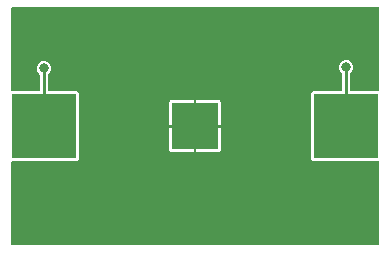
<source format=gbr>
%TF.GenerationSoftware,KiCad,Pcbnew,(6.0.7)*%
%TF.CreationDate,2022-09-02T16:32:09-04:00*%
%TF.ProjectId,GettingToBlink5.0,47657474-696e-4675-946f-426c696e6b35,rev?*%
%TF.SameCoordinates,Original*%
%TF.FileFunction,Copper,L2,Bot*%
%TF.FilePolarity,Positive*%
%FSLAX46Y46*%
G04 Gerber Fmt 4.6, Leading zero omitted, Abs format (unit mm)*
G04 Created by KiCad (PCBNEW (6.0.7)) date 2022-09-02 16:32:09*
%MOMM*%
%LPD*%
G01*
G04 APERTURE LIST*
%TA.AperFunction,SMDPad,CuDef*%
%ADD10R,5.500000X5.500000*%
%TD*%
%TA.AperFunction,SMDPad,CuDef*%
%ADD11R,4.000000X4.000000*%
%TD*%
%TA.AperFunction,ViaPad*%
%ADD12C,0.800000*%
%TD*%
%TA.AperFunction,Conductor*%
%ADD13C,0.250000*%
%TD*%
G04 APERTURE END LIST*
D10*
%TO.P,BT1,1,+*%
%TO.N,/VDD*%
X156800000Y-101000000D03*
X131200000Y-101000000D03*
D11*
%TO.P,BT1,2,-*%
%TO.N,GND*%
X144000000Y-101000000D03*
%TD*%
D12*
%TO.N,/VDD*%
X131200000Y-96100000D03*
X156800000Y-96000000D03*
%TO.N,GND*%
X141900000Y-97000000D03*
X137000000Y-93000000D03*
X137000000Y-109000000D03*
%TD*%
D13*
%TO.N,/VDD*%
X156800000Y-101000000D02*
X156800000Y-96000000D01*
X131200000Y-101000000D02*
X131200000Y-96100000D01*
%TD*%
%TA.AperFunction,Conductor*%
%TO.N,GND*%
G36*
X159543039Y-90919685D02*
G01*
X159588794Y-90972489D01*
X159600000Y-91024000D01*
X159600000Y-97925500D01*
X159580315Y-97992539D01*
X159527511Y-98038294D01*
X159476000Y-98049500D01*
X157249500Y-98049500D01*
X157182461Y-98029815D01*
X157136706Y-97977011D01*
X157125500Y-97925500D01*
X157125500Y-96568299D01*
X157145185Y-96501260D01*
X157174014Y-96469923D01*
X157221835Y-96433229D01*
X157228282Y-96428282D01*
X157324536Y-96302841D01*
X157385044Y-96156762D01*
X157405682Y-96000000D01*
X157385044Y-95843238D01*
X157369068Y-95804667D01*
X157327646Y-95704667D01*
X157324536Y-95697159D01*
X157228282Y-95571718D01*
X157102841Y-95475464D01*
X157095333Y-95472354D01*
X156964271Y-95418066D01*
X156964269Y-95418065D01*
X156956762Y-95414956D01*
X156800000Y-95394318D01*
X156643238Y-95414956D01*
X156635731Y-95418065D01*
X156635729Y-95418066D01*
X156504667Y-95472354D01*
X156497159Y-95475464D01*
X156371718Y-95571718D01*
X156275464Y-95697159D01*
X156272354Y-95704667D01*
X156230933Y-95804667D01*
X156214956Y-95843238D01*
X156194318Y-96000000D01*
X156214956Y-96156762D01*
X156275464Y-96302841D01*
X156371718Y-96428282D01*
X156378165Y-96433229D01*
X156425986Y-96469923D01*
X156467189Y-96526351D01*
X156474500Y-96568299D01*
X156474500Y-97925500D01*
X156454815Y-97992539D01*
X156402011Y-98038294D01*
X156350500Y-98049500D01*
X154030252Y-98049500D01*
X154002326Y-98055055D01*
X153983747Y-98058750D01*
X153983745Y-98058751D01*
X153971769Y-98061133D01*
X153905448Y-98105448D01*
X153861133Y-98171769D01*
X153849500Y-98230252D01*
X153849500Y-103769748D01*
X153861133Y-103828231D01*
X153905448Y-103894552D01*
X153971769Y-103938867D01*
X153983745Y-103941249D01*
X153983747Y-103941250D01*
X154002326Y-103944945D01*
X154030252Y-103950500D01*
X159476000Y-103950500D01*
X159543039Y-103970185D01*
X159588794Y-104022989D01*
X159600000Y-104074500D01*
X159600000Y-110976000D01*
X159580315Y-111043039D01*
X159527511Y-111088794D01*
X159476000Y-111100000D01*
X128524000Y-111100000D01*
X128456961Y-111080315D01*
X128411206Y-111027511D01*
X128400000Y-110976000D01*
X128400000Y-104074500D01*
X128419685Y-104007461D01*
X128472489Y-103961706D01*
X128524000Y-103950500D01*
X133969748Y-103950500D01*
X133997674Y-103944945D01*
X134016253Y-103941250D01*
X134016255Y-103941249D01*
X134028231Y-103938867D01*
X134094552Y-103894552D01*
X134138867Y-103828231D01*
X134150500Y-103769748D01*
X134150500Y-103013602D01*
X141800000Y-103013602D01*
X141801190Y-103025679D01*
X141809221Y-103066058D01*
X141818389Y-103088190D01*
X141849024Y-103134039D01*
X141865961Y-103150976D01*
X141911810Y-103181611D01*
X141933942Y-103190779D01*
X141974321Y-103198810D01*
X141986398Y-103200000D01*
X143857170Y-103200000D01*
X143872169Y-103195596D01*
X143873356Y-103194226D01*
X143875000Y-103186668D01*
X143875000Y-103182170D01*
X144125000Y-103182170D01*
X144129404Y-103197169D01*
X144130774Y-103198356D01*
X144138332Y-103200000D01*
X146013602Y-103200000D01*
X146025679Y-103198810D01*
X146066058Y-103190779D01*
X146088190Y-103181611D01*
X146134039Y-103150976D01*
X146150976Y-103134039D01*
X146181611Y-103088190D01*
X146190779Y-103066058D01*
X146198810Y-103025679D01*
X146200000Y-103013602D01*
X146200000Y-101142830D01*
X146195596Y-101127831D01*
X146194226Y-101126644D01*
X146186668Y-101125000D01*
X144142830Y-101125000D01*
X144127831Y-101129404D01*
X144126644Y-101130774D01*
X144125000Y-101138332D01*
X144125000Y-103182170D01*
X143875000Y-103182170D01*
X143875000Y-101142830D01*
X143870596Y-101127831D01*
X143869226Y-101126644D01*
X143861668Y-101125000D01*
X141817830Y-101125000D01*
X141802831Y-101129404D01*
X141801644Y-101130774D01*
X141800000Y-101138332D01*
X141800000Y-103013602D01*
X134150500Y-103013602D01*
X134150500Y-100857170D01*
X141800000Y-100857170D01*
X141804404Y-100872169D01*
X141805774Y-100873356D01*
X141813332Y-100875000D01*
X143857170Y-100875000D01*
X143872169Y-100870596D01*
X143873356Y-100869226D01*
X143875000Y-100861668D01*
X143875000Y-100857170D01*
X144125000Y-100857170D01*
X144129404Y-100872169D01*
X144130774Y-100873356D01*
X144138332Y-100875000D01*
X146182170Y-100875000D01*
X146197169Y-100870596D01*
X146198356Y-100869226D01*
X146200000Y-100861668D01*
X146200000Y-98986398D01*
X146198810Y-98974321D01*
X146190779Y-98933942D01*
X146181611Y-98911810D01*
X146150976Y-98865961D01*
X146134039Y-98849024D01*
X146088190Y-98818389D01*
X146066058Y-98809221D01*
X146025679Y-98801190D01*
X146013602Y-98800000D01*
X144142830Y-98800000D01*
X144127831Y-98804404D01*
X144126644Y-98805774D01*
X144125000Y-98813332D01*
X144125000Y-100857170D01*
X143875000Y-100857170D01*
X143875000Y-98817830D01*
X143870596Y-98802831D01*
X143869226Y-98801644D01*
X143861668Y-98800000D01*
X141986398Y-98800000D01*
X141974321Y-98801190D01*
X141933942Y-98809221D01*
X141911810Y-98818389D01*
X141865961Y-98849024D01*
X141849024Y-98865961D01*
X141818389Y-98911810D01*
X141809221Y-98933942D01*
X141801190Y-98974321D01*
X141800000Y-98986398D01*
X141800000Y-100857170D01*
X134150500Y-100857170D01*
X134150500Y-98230252D01*
X134138867Y-98171769D01*
X134094552Y-98105448D01*
X134028231Y-98061133D01*
X134016255Y-98058751D01*
X134016253Y-98058750D01*
X133997674Y-98055055D01*
X133969748Y-98049500D01*
X131649500Y-98049500D01*
X131582461Y-98029815D01*
X131536706Y-97977011D01*
X131525500Y-97925500D01*
X131525500Y-96668299D01*
X131545185Y-96601260D01*
X131574014Y-96569923D01*
X131576131Y-96568299D01*
X131628282Y-96528282D01*
X131724536Y-96402841D01*
X131763287Y-96309288D01*
X131781934Y-96264271D01*
X131781935Y-96264269D01*
X131785044Y-96256762D01*
X131805682Y-96100000D01*
X131785044Y-95943238D01*
X131724536Y-95797159D01*
X131628282Y-95671718D01*
X131502841Y-95575464D01*
X131495333Y-95572354D01*
X131364271Y-95518066D01*
X131364269Y-95518065D01*
X131356762Y-95514956D01*
X131200000Y-95494318D01*
X131043238Y-95514956D01*
X131035731Y-95518065D01*
X131035729Y-95518066D01*
X130904667Y-95572354D01*
X130897159Y-95575464D01*
X130771718Y-95671718D01*
X130675464Y-95797159D01*
X130614956Y-95943238D01*
X130594318Y-96100000D01*
X130614956Y-96256762D01*
X130618065Y-96264269D01*
X130618066Y-96264271D01*
X130636713Y-96309288D01*
X130675464Y-96402841D01*
X130771718Y-96528282D01*
X130823870Y-96568299D01*
X130825986Y-96569923D01*
X130867189Y-96626351D01*
X130874500Y-96668299D01*
X130874500Y-97925500D01*
X130854815Y-97992539D01*
X130802011Y-98038294D01*
X130750500Y-98049500D01*
X128524000Y-98049500D01*
X128456961Y-98029815D01*
X128411206Y-97977011D01*
X128400000Y-97925500D01*
X128400000Y-91024000D01*
X128419685Y-90956961D01*
X128472489Y-90911206D01*
X128524000Y-90900000D01*
X159476000Y-90900000D01*
X159543039Y-90919685D01*
G37*
%TD.AperFunction*%
%TD*%
M02*

</source>
